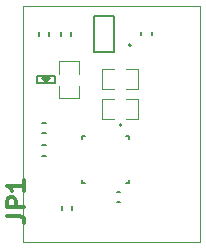
<source format=gbr>
%TF.GenerationSoftware,KiCad,Pcbnew,7.0.1*%
%TF.CreationDate,2023-08-18T01:43:33-03:00*%
%TF.ProjectId,PCB-MPU-9150,5043422d-4d50-4552-9d39-3135302e6b69,rev?*%
%TF.SameCoordinates,Original*%
%TF.FileFunction,Legend,Top*%
%TF.FilePolarity,Positive*%
%FSLAX46Y46*%
G04 Gerber Fmt 4.6, Leading zero omitted, Abs format (unit mm)*
G04 Created by KiCad (PCBNEW 7.0.1) date 2023-08-18 01:43:33*
%MOMM*%
%LPD*%
G01*
G04 APERTURE LIST*
%ADD10C,0.300000*%
%ADD11C,0.127000*%
%ADD12C,0.099060*%
%ADD13C,0.200000*%
%TA.AperFunction,Profile*%
%ADD14C,0.100000*%
%TD*%
G04 APERTURE END LIST*
D10*
%TO.C,JP1*%
X153493928Y-57749999D02*
X154565357Y-57749999D01*
X154565357Y-57749999D02*
X154779642Y-57821428D01*
X154779642Y-57821428D02*
X154922500Y-57964285D01*
X154922500Y-57964285D02*
X154993928Y-58178571D01*
X154993928Y-58178571D02*
X154993928Y-58321428D01*
X154993928Y-57035714D02*
X153493928Y-57035714D01*
X153493928Y-57035714D02*
X153493928Y-56464285D01*
X153493928Y-56464285D02*
X153565357Y-56321428D01*
X153565357Y-56321428D02*
X153636785Y-56249999D01*
X153636785Y-56249999D02*
X153779642Y-56178571D01*
X153779642Y-56178571D02*
X153993928Y-56178571D01*
X153993928Y-56178571D02*
X154136785Y-56249999D01*
X154136785Y-56249999D02*
X154208214Y-56321428D01*
X154208214Y-56321428D02*
X154279642Y-56464285D01*
X154279642Y-56464285D02*
X154279642Y-57035714D01*
X154993928Y-54749999D02*
X154993928Y-55607142D01*
X154993928Y-55178571D02*
X153493928Y-55178571D01*
X153493928Y-55178571D02*
X153708214Y-55321428D01*
X153708214Y-55321428D02*
X153851071Y-55464285D01*
X153851071Y-55464285D02*
X153922500Y-55607142D01*
D11*
%TO.C,C2*%
X158150000Y-57250000D02*
X158150000Y-56950000D01*
X159050000Y-57250000D02*
X159050000Y-56950000D01*
D12*
%TO.C,R3*%
X157949738Y-47755750D02*
X157949738Y-46739750D01*
X159600738Y-47755750D02*
X157949738Y-47755750D01*
X159600738Y-46739750D02*
X159600738Y-47755750D01*
X157949738Y-45723750D02*
X157949738Y-44644250D01*
X157949738Y-44644250D02*
X159600738Y-44644250D01*
X159600738Y-44644250D02*
X159600738Y-45723750D01*
D11*
%TO.C,C1*%
X162800000Y-55700000D02*
X163100000Y-55700000D01*
X162800000Y-56600000D02*
X163100000Y-56600000D01*
%TO.C,U2*%
X162555238Y-43900000D02*
X162555238Y-43800000D01*
X162555238Y-40800000D02*
X162555238Y-43900000D01*
X162555238Y-40800000D02*
X162555238Y-40900000D01*
X160855238Y-43900000D02*
X162555238Y-43900000D01*
X160855238Y-43900000D02*
X160855238Y-43800000D01*
X160855238Y-43900000D02*
X160855238Y-40800000D01*
X160855238Y-40800000D02*
X162555238Y-40800000D01*
X160855238Y-40800000D02*
X160855238Y-40900000D01*
D13*
X164005238Y-43300000D02*
G75*
G03*
X164005238Y-43300000I-100000J0D01*
G01*
D11*
%TO.C,C5*%
X157105238Y-42200000D02*
X157105238Y-42500000D01*
X156205238Y-42200000D02*
X156205238Y-42500000D01*
%TO.C,LED1*%
X157625238Y-45900000D02*
X157625238Y-46500000D01*
X157625338Y-45900280D02*
X156025138Y-45900280D01*
X157124958Y-46100940D02*
X156525518Y-46100940D01*
X156525518Y-46100940D02*
X156825238Y-46400660D01*
X157025898Y-46200000D02*
X156624578Y-46200000D01*
X156726178Y-46299060D02*
X156924298Y-46299060D01*
X156825238Y-46400660D02*
X157124958Y-46100940D01*
X156025138Y-46499720D02*
X157625338Y-46499720D01*
X156025238Y-46500000D02*
X156025238Y-45900000D01*
%TO.C,C7*%
X165800000Y-42150000D02*
X165800000Y-42450000D01*
X164900000Y-42150000D02*
X164900000Y-42450000D01*
%TO.C,C4*%
X156815238Y-52690000D02*
X156515238Y-52690000D01*
X156815238Y-51790000D02*
X156515238Y-51790000D01*
%TO.C,C6*%
X158965238Y-42200000D02*
X158965238Y-42500000D01*
X158065238Y-42200000D02*
X158065238Y-42500000D01*
%TO.C,C3*%
X156815238Y-50770000D02*
X156515238Y-50770000D01*
X156815238Y-49870000D02*
X156515238Y-49870000D01*
D12*
%TO.C,R1*%
X161533738Y-47884500D02*
X162549738Y-47884500D01*
X161533738Y-49535500D02*
X161533738Y-47884500D01*
X162549738Y-49535500D02*
X161533738Y-49535500D01*
X163565738Y-47884500D02*
X164645238Y-47884500D01*
X164645238Y-47884500D02*
X164645238Y-49535500D01*
X164645238Y-49535500D02*
X163565738Y-49535500D01*
%TO.C,R2*%
X161523738Y-45344500D02*
X162539738Y-45344500D01*
X161523738Y-46995500D02*
X161523738Y-45344500D01*
X162539738Y-46995500D02*
X161523738Y-46995500D01*
X163555738Y-45344500D02*
X164635238Y-45344500D01*
X164635238Y-45344500D02*
X164635238Y-46995500D01*
X164635238Y-46995500D02*
X163555738Y-46995500D01*
D11*
%TO.C,U1*%
X163855238Y-50990000D02*
X163855238Y-51245000D01*
X163600238Y-50990000D02*
X163855238Y-50990000D01*
X159855238Y-50990000D02*
X160110238Y-50990000D01*
X159855238Y-51245000D02*
X159855238Y-50990000D01*
X163855238Y-54735000D02*
X163855238Y-54990000D01*
X163855238Y-54990000D02*
X163600238Y-54990000D01*
X159855238Y-54990000D02*
X159855238Y-54735000D01*
X159855238Y-54990000D02*
X160110238Y-54990000D01*
D13*
X163205238Y-50055000D02*
G75*
G03*
X163205238Y-50055000I-100000J0D01*
G01*
%TD*%
D14*
X154885238Y-60000000D02*
X154885238Y-40000000D01*
X169885238Y-60000000D02*
X169885238Y-40000000D01*
X154885238Y-54825000D02*
X154885238Y-45175000D01*
X154885238Y-40000000D02*
X169885238Y-40000000D01*
X154885238Y-60000000D02*
X169885238Y-60000000D01*
M02*

</source>
